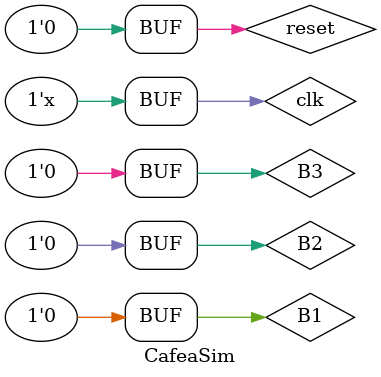
<source format=v>
`timescale 1ns / 1ps


module CafeaSim();
    reg clk, reset, B1, B2, B3;
    wire EB, ER1, ER2;
    wire [3:0] state;
    
    cafea Cafea(B1, B2, B3, clk, reset, state, EB, ER1, ER2);
    initial begin
        clk = 0;
        reset = 1;
    #15 
        reset = 0;
    #15 
        B1 = 0;
        B2 = 0;
        B3 = 0;
    #15 
        B1 = 0;
        B2 = 0;
        B3 = 1;
        
    #40
        B1 = 0;
        B2 = 0;
        B3 = 0;
    end
    always
    #15 
       clk = !clk;
endmodule

</source>
